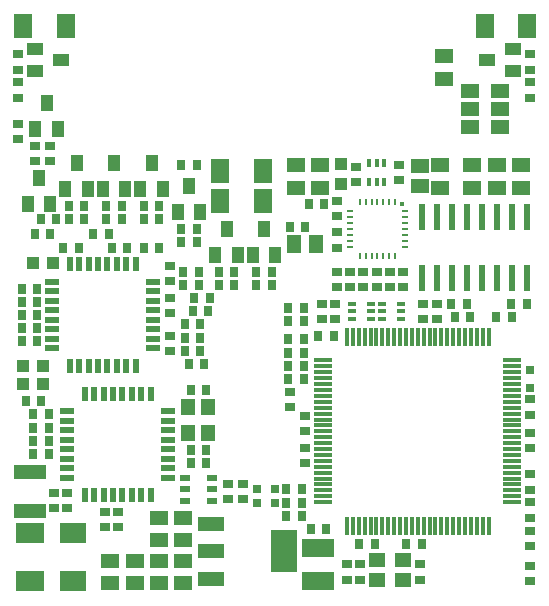
<source format=gtp>
G04 EAGLE Gerber RS-274X export*
G75*
%MOMM*%
%FSLAX34Y34*%
%LPD*%
%INSolderpaste Top*%
%IPPOS*%
%AMOC8*
5,1,8,0,0,1.08239X$1,22.5*%
G01*
%ADD10R,0.700000X0.900000*%
%ADD11R,0.900000X0.700000*%
%ADD12R,1.000000X1.100000*%
%ADD13R,1.270000X0.558800*%
%ADD14R,0.558800X1.270000*%
%ADD15R,2.160000X1.780000*%
%ADD16R,0.800000X0.800000*%
%ADD17R,2.800000X1.200000*%
%ADD18R,1.200000X1.400000*%
%ADD19R,1.500000X1.300000*%
%ADD20R,2.400000X1.800000*%
%ADD21R,1.000000X1.400000*%
%ADD22R,0.600000X2.200000*%
%ADD23R,1.500000X0.350000*%
%ADD24R,0.350000X1.500000*%
%ADD25R,1.400000X1.200000*%
%ADD26R,1.500000X2.100000*%
%ADD27R,1.400000X1.000000*%
%ADD28R,1.600200X1.168400*%
%ADD29R,0.260000X0.560000*%
%ADD30R,0.560000X0.260000*%
%ADD31R,0.400000X0.400000*%
%ADD32R,1.300000X1.500000*%
%ADD33R,0.400000X0.800000*%
%ADD34R,0.700000X0.300000*%
%ADD35R,2.235200X1.219200*%
%ADD36R,2.200000X3.600000*%
%ADD37R,2.700000X1.600000*%
%ADD38R,0.900000X0.600000*%


D10*
X23963Y238125D03*
X10963Y238125D03*
D11*
X136525Y220813D03*
X136525Y207813D03*
D10*
X84288Y306388D03*
X71288Y306388D03*
X27138Y165100D03*
X14138Y165100D03*
X127150Y295275D03*
X114150Y295275D03*
D12*
X29138Y195263D03*
X12138Y195263D03*
X37075Y282575D03*
X20075Y282575D03*
D10*
X10963Y249238D03*
X23963Y249238D03*
D12*
X29138Y179388D03*
X12138Y179388D03*
D10*
X100163Y295275D03*
X87163Y295275D03*
D11*
X136525Y279550D03*
X136525Y266550D03*
X136525Y252563D03*
X136525Y239563D03*
D10*
X23963Y260350D03*
X10963Y260350D03*
D11*
X22225Y381150D03*
X22225Y368150D03*
X7938Y400200D03*
X7938Y387200D03*
X34925Y368150D03*
X34925Y381150D03*
D13*
X36449Y266125D03*
X36449Y258125D03*
X36449Y250125D03*
X36449Y242125D03*
X36449Y234125D03*
X36449Y226125D03*
X36449Y218125D03*
X36449Y210125D03*
D14*
X51375Y195199D03*
X59375Y195199D03*
X67375Y195199D03*
X75375Y195199D03*
X83375Y195199D03*
X91375Y195199D03*
X99375Y195199D03*
X107375Y195199D03*
D13*
X122301Y210125D03*
X122301Y218125D03*
X122301Y226125D03*
X122301Y234125D03*
X122301Y242125D03*
X122301Y250125D03*
X122301Y258125D03*
X122301Y266125D03*
D14*
X107375Y281051D03*
X99375Y281051D03*
X91375Y281051D03*
X83375Y281051D03*
X75375Y281051D03*
X67375Y281051D03*
X59375Y281051D03*
X51375Y281051D03*
D10*
X166838Y174625D03*
X153838Y174625D03*
X153838Y123825D03*
X166838Y123825D03*
X153838Y112713D03*
X166838Y112713D03*
X10963Y215900D03*
X23963Y215900D03*
X20488Y142875D03*
X33488Y142875D03*
X20488Y120650D03*
X33488Y120650D03*
X33488Y131763D03*
X20488Y131763D03*
X296713Y44450D03*
X309713Y44450D03*
D15*
X53975Y53638D03*
X53975Y12938D03*
D11*
X441325Y166838D03*
X441325Y153838D03*
D16*
X441325Y176650D03*
X441325Y191650D03*
D17*
X17463Y105400D03*
X17463Y72400D03*
D10*
X45888Y295275D03*
X58888Y295275D03*
X20488Y153988D03*
X33488Y153988D03*
D18*
X151838Y160225D03*
X151838Y138225D03*
X168838Y138225D03*
X168838Y160225D03*
D19*
X85725Y30138D03*
X85725Y11138D03*
X147638Y47650D03*
X147638Y66650D03*
D20*
X17463Y13088D03*
X17463Y53588D03*
D21*
X31750Y417400D03*
X41250Y395400D03*
X22250Y395400D03*
D10*
X162075Y207963D03*
X149075Y207963D03*
X249388Y217488D03*
X236388Y217488D03*
X170013Y252413D03*
X157013Y252413D03*
X236388Y184150D03*
X249388Y184150D03*
X236388Y195263D03*
X249388Y195263D03*
X249388Y244475D03*
X236388Y244475D03*
X162075Y219075D03*
X149075Y219075D03*
D11*
X238125Y160188D03*
X238125Y173188D03*
D10*
X155425Y241300D03*
X168425Y241300D03*
X236388Y206375D03*
X249388Y206375D03*
X152250Y196850D03*
X165250Y196850D03*
X162075Y230188D03*
X149075Y230188D03*
X249388Y233363D03*
X236388Y233363D03*
D11*
X49213Y74463D03*
X49213Y87463D03*
X38100Y87463D03*
X38100Y74463D03*
X322263Y261788D03*
X322263Y274788D03*
X311150Y261788D03*
X311150Y274788D03*
X333375Y274788D03*
X333375Y261788D03*
D10*
X377675Y236538D03*
X390675Y236538D03*
D11*
X441325Y138263D03*
X441325Y125263D03*
X296863Y27138D03*
X296863Y14138D03*
X347663Y14138D03*
X347663Y27138D03*
D10*
X145900Y365125D03*
X158900Y365125D03*
D19*
X433388Y346100D03*
X433388Y365100D03*
D10*
X425600Y236538D03*
X412600Y236538D03*
X425300Y247650D03*
X438300Y247650D03*
D22*
X412750Y269275D03*
X412750Y321275D03*
X400050Y269275D03*
X425450Y269275D03*
X438150Y269275D03*
X400050Y321275D03*
X425450Y321275D03*
X438150Y321275D03*
D10*
X253850Y331788D03*
X266850Y331788D03*
D19*
X263525Y346100D03*
X263525Y365100D03*
X242888Y346100D03*
X242888Y365100D03*
D11*
X330200Y352275D03*
X330200Y365275D03*
D19*
X347663Y347100D03*
X347663Y364100D03*
X365125Y346100D03*
X365125Y365100D03*
D10*
X147488Y263525D03*
X160488Y263525D03*
D11*
X361950Y234800D03*
X361950Y247800D03*
D10*
X374500Y247650D03*
X387500Y247650D03*
D22*
X361950Y269275D03*
X361950Y321275D03*
X349250Y269275D03*
X374650Y269275D03*
X387350Y269275D03*
X349250Y321275D03*
X374650Y321275D03*
X387350Y321275D03*
D19*
X392113Y346100D03*
X392113Y365100D03*
D10*
X147488Y274638D03*
X160488Y274638D03*
D11*
X277813Y335113D03*
X277813Y322113D03*
D12*
X280988Y365688D03*
X280988Y348688D03*
D11*
X293688Y363688D03*
X293688Y350688D03*
D23*
X266075Y199700D03*
X266075Y194700D03*
X266075Y189700D03*
X266075Y184700D03*
X266075Y179700D03*
X266075Y174700D03*
X266075Y169700D03*
X266075Y164700D03*
X266075Y159700D03*
X266075Y154700D03*
X266075Y149700D03*
X266075Y144700D03*
X266075Y139700D03*
X266075Y134700D03*
X266075Y129700D03*
X266075Y124700D03*
X266075Y119700D03*
X266075Y114700D03*
X266075Y109700D03*
X266075Y104700D03*
X266075Y99700D03*
X266075Y94700D03*
X266075Y89700D03*
X266075Y84700D03*
X266075Y79700D03*
D24*
X286075Y59700D03*
X291075Y59700D03*
X296075Y59700D03*
X301075Y59700D03*
X306075Y59700D03*
X311075Y59700D03*
X316075Y59700D03*
X321075Y59700D03*
X326075Y59700D03*
X331075Y59700D03*
X336075Y59700D03*
X341075Y59700D03*
X346075Y59700D03*
X351075Y59700D03*
X356075Y59700D03*
X361075Y59700D03*
X366075Y59700D03*
X371075Y59700D03*
X376075Y59700D03*
X381075Y59700D03*
X386075Y59700D03*
X391075Y59700D03*
X396075Y59700D03*
X401075Y59700D03*
X406075Y59700D03*
D23*
X426075Y79700D03*
X426075Y84700D03*
X426075Y89700D03*
X426075Y94700D03*
X426075Y99700D03*
X426075Y104700D03*
X426075Y109700D03*
X426075Y114700D03*
X426075Y119700D03*
X426075Y124700D03*
X426075Y129700D03*
X426075Y134700D03*
X426075Y139700D03*
X426075Y144700D03*
X426075Y149700D03*
X426075Y154700D03*
X426075Y159700D03*
X426075Y164700D03*
X426075Y169700D03*
X426075Y174700D03*
X426075Y179700D03*
X426075Y184700D03*
X426075Y189700D03*
X426075Y194700D03*
X426075Y199700D03*
D24*
X406075Y219700D03*
X401075Y219700D03*
X396075Y219700D03*
X391075Y219700D03*
X386075Y219700D03*
X381075Y219700D03*
X376075Y219700D03*
X371075Y219700D03*
X366075Y219700D03*
X361075Y219700D03*
X356075Y219700D03*
X351075Y219700D03*
X346075Y219700D03*
X341075Y219700D03*
X336075Y219700D03*
X331075Y219700D03*
X326075Y219700D03*
X321075Y219700D03*
X316075Y219700D03*
X311075Y219700D03*
X306075Y219700D03*
X301075Y219700D03*
X296075Y219700D03*
X291075Y219700D03*
X286075Y219700D03*
D11*
X276225Y247800D03*
X276225Y234800D03*
D10*
X261788Y220663D03*
X274788Y220663D03*
D11*
X350838Y247800D03*
X350838Y234800D03*
D25*
X333263Y30725D03*
X311263Y30725D03*
X311263Y13725D03*
X333263Y13725D03*
D11*
X250825Y125563D03*
X250825Y112563D03*
D10*
X22075Y306388D03*
X35075Y306388D03*
X39838Y319088D03*
X26838Y319088D03*
D21*
X25400Y353900D03*
X34900Y331900D03*
X15900Y331900D03*
D10*
X50650Y319088D03*
X63650Y319088D03*
X63650Y330200D03*
X50650Y330200D03*
D21*
X57150Y366600D03*
X66650Y344600D03*
X47650Y344600D03*
D10*
X177650Y263525D03*
X190650Y263525D03*
X190650Y274638D03*
X177650Y274638D03*
D21*
X184150Y311038D03*
X193650Y289038D03*
X174650Y289038D03*
D10*
X209400Y263525D03*
X222400Y263525D03*
X222400Y274638D03*
X209400Y274638D03*
D21*
X215900Y311038D03*
X225400Y289038D03*
X206400Y289038D03*
D10*
X145900Y300038D03*
X158900Y300038D03*
X158900Y311150D03*
X145900Y311150D03*
D21*
X152400Y347550D03*
X161900Y325550D03*
X142900Y325550D03*
D10*
X82400Y319088D03*
X95400Y319088D03*
X95400Y330200D03*
X82400Y330200D03*
D21*
X88900Y366600D03*
X98400Y344600D03*
X79400Y344600D03*
D10*
X114150Y319088D03*
X127150Y319088D03*
X127150Y330200D03*
X114150Y330200D03*
D21*
X120650Y366600D03*
X130150Y344600D03*
X111150Y344600D03*
D26*
X214850Y360363D03*
X178850Y360363D03*
X214850Y334963D03*
X178850Y334963D03*
D11*
X300038Y274788D03*
X300038Y261788D03*
X288925Y274788D03*
X288925Y261788D03*
D10*
X336400Y44450D03*
X349400Y44450D03*
D11*
X7938Y435125D03*
X7938Y422125D03*
X7938Y445938D03*
X7938Y458938D03*
D27*
X44338Y454025D03*
X22338Y444525D03*
X22338Y463525D03*
D26*
X48163Y482600D03*
X12163Y482600D03*
D11*
X441325Y435125D03*
X441325Y422125D03*
X441325Y458938D03*
X441325Y445938D03*
D27*
X404925Y454025D03*
X426925Y463525D03*
X426925Y444525D03*
D26*
X402688Y482600D03*
X438688Y482600D03*
D10*
X234800Y79375D03*
X247800Y79375D03*
D16*
X224988Y79375D03*
X209988Y79375D03*
D10*
X234800Y90488D03*
X247800Y90488D03*
D16*
X224988Y90488D03*
X209988Y90488D03*
D11*
X441325Y79525D03*
X441325Y66525D03*
X441325Y42713D03*
X441325Y55713D03*
X441325Y103338D03*
X441325Y90338D03*
D10*
X250975Y312738D03*
X237975Y312738D03*
D19*
X412750Y365100D03*
X412750Y346100D03*
D28*
X390717Y397513D03*
X390717Y412753D03*
X390717Y427993D03*
D29*
X326944Y334150D03*
X321944Y334150D03*
X316944Y334150D03*
X311944Y334150D03*
X306944Y334150D03*
X301944Y334150D03*
X296944Y334150D03*
D30*
X288944Y326150D03*
X288944Y321150D03*
X288944Y316150D03*
X288944Y311150D03*
X288944Y306150D03*
X288944Y301150D03*
X288944Y296150D03*
D29*
X296944Y288150D03*
X301944Y288150D03*
X306944Y288150D03*
X311944Y288150D03*
X316944Y288150D03*
X321944Y288150D03*
X326944Y288150D03*
D30*
X334944Y296150D03*
X334944Y301150D03*
X334944Y306150D03*
X334944Y311150D03*
X334944Y316150D03*
X334944Y321150D03*
X334944Y326150D03*
D31*
X332944Y332150D03*
D13*
X135001Y100588D03*
X135001Y108588D03*
X135001Y116588D03*
X135001Y124588D03*
X135001Y132588D03*
X135001Y140588D03*
X135001Y148588D03*
X135001Y156588D03*
D14*
X120075Y171514D03*
X112075Y171514D03*
X104075Y171514D03*
X96075Y171514D03*
X88075Y171514D03*
X80075Y171514D03*
X72075Y171514D03*
X64075Y171514D03*
D13*
X49149Y156588D03*
X49149Y148588D03*
X49149Y140588D03*
X49149Y132588D03*
X49149Y124588D03*
X49149Y116588D03*
X49149Y108588D03*
X49149Y100588D03*
D14*
X64075Y85662D03*
X72075Y85662D03*
X80075Y85662D03*
X88075Y85662D03*
X96075Y85662D03*
X104075Y85662D03*
X112075Y85662D03*
X120075Y85662D03*
D10*
X10963Y227013D03*
X23963Y227013D03*
D32*
X260325Y298450D03*
X241325Y298450D03*
D33*
X304650Y350775D03*
X311150Y350775D03*
X317650Y350775D03*
X317650Y366775D03*
X311150Y366775D03*
X304650Y366775D03*
D11*
X277813Y295125D03*
X277813Y308125D03*
X277813Y274788D03*
X277813Y261788D03*
X285750Y27138D03*
X285750Y14138D03*
X441325Y12550D03*
X441325Y25550D03*
D28*
X415925Y427990D03*
X415925Y412750D03*
X415925Y397510D03*
D19*
X368300Y438175D03*
X368300Y457175D03*
D34*
X331850Y234800D03*
X331850Y241300D03*
X331850Y247800D03*
X315850Y247800D03*
X315850Y241300D03*
X315850Y234800D03*
X290450Y247800D03*
X290450Y241300D03*
X290450Y234800D03*
X306450Y234800D03*
X306450Y241300D03*
X306450Y247800D03*
D35*
X170625Y61214D03*
X170625Y38100D03*
X170625Y14986D03*
D36*
X232603Y38100D03*
D19*
X106363Y30138D03*
X106363Y11138D03*
D37*
X261938Y12988D03*
X261938Y40988D03*
D11*
X265113Y247800D03*
X265113Y234800D03*
X250825Y139550D03*
X250825Y152550D03*
D10*
X268438Y57150D03*
X255438Y57150D03*
D19*
X127000Y47650D03*
X127000Y66650D03*
X127000Y30138D03*
X127000Y11138D03*
X147638Y30138D03*
X147638Y11138D03*
D38*
X171838Y80988D03*
X171838Y90488D03*
X171838Y99988D03*
X148838Y99988D03*
X148838Y90488D03*
X148838Y80988D03*
D11*
X185738Y82400D03*
X185738Y95400D03*
X92075Y58588D03*
X92075Y71588D03*
X80963Y71588D03*
X80963Y58588D03*
X198438Y82400D03*
X198438Y95400D03*
D10*
X247800Y68263D03*
X234800Y68263D03*
M02*

</source>
